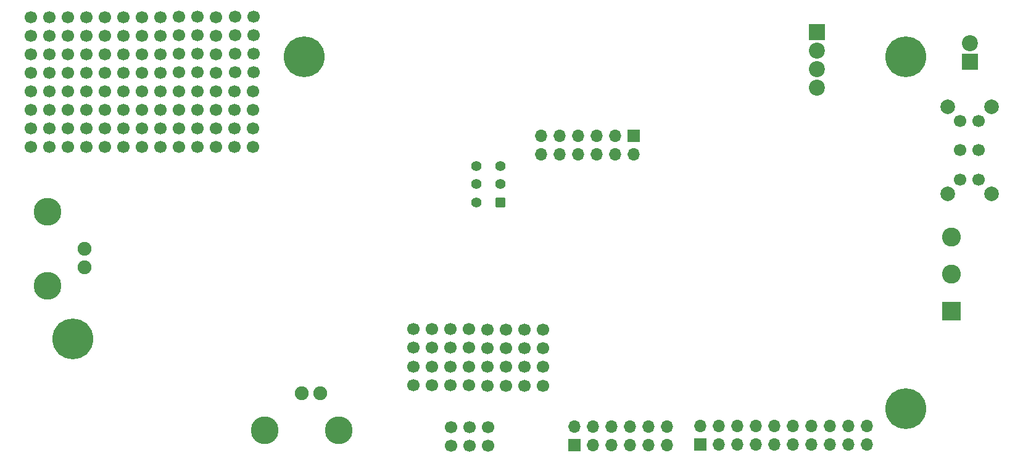
<source format=gbs>
G04 #@! TF.GenerationSoftware,KiCad,Pcbnew,8.0.6*
G04 #@! TF.CreationDate,2025-06-21T10:27:38-07:00*
G04 #@! TF.ProjectId,complete_EPG,636f6d70-6c65-4746-955f-4550472e6b69,rev?*
G04 #@! TF.SameCoordinates,Original*
G04 #@! TF.FileFunction,Soldermask,Bot*
G04 #@! TF.FilePolarity,Negative*
%FSLAX46Y46*%
G04 Gerber Fmt 4.6, Leading zero omitted, Abs format (unit mm)*
G04 Created by KiCad (PCBNEW 8.0.6) date 2025-06-21 10:27:38*
%MOMM*%
%LPD*%
G01*
G04 APERTURE LIST*
G04 Aperture macros list*
%AMRoundRect*
0 Rectangle with rounded corners*
0 $1 Rounding radius*
0 $2 $3 $4 $5 $6 $7 $8 $9 X,Y pos of 4 corners*
0 Add a 4 corners polygon primitive as box body*
4,1,4,$2,$3,$4,$5,$6,$7,$8,$9,$2,$3,0*
0 Add four circle primitives for the rounded corners*
1,1,$1+$1,$2,$3*
1,1,$1+$1,$4,$5*
1,1,$1+$1,$6,$7*
1,1,$1+$1,$8,$9*
0 Add four rect primitives between the rounded corners*
20,1,$1+$1,$2,$3,$4,$5,0*
20,1,$1+$1,$4,$5,$6,$7,0*
20,1,$1+$1,$6,$7,$8,$9,0*
20,1,$1+$1,$8,$9,$2,$3,0*%
G04 Aperture macros list end*
%ADD10C,1.700000*%
%ADD11C,3.810000*%
%ADD12C,1.905000*%
%ADD13C,5.600000*%
%ADD14R,2.200000X2.200000*%
%ADD15C,2.200000*%
%ADD16O,1.700000X1.700000*%
%ADD17R,1.700000X1.700000*%
%ADD18C,1.400000*%
%ADD19RoundRect,0.250000X0.450000X-0.450000X0.450000X0.450000X-0.450000X0.450000X-0.450000X-0.450000X0*%
%ADD20R,2.600000X2.600000*%
%ADD21C,2.600000*%
%ADD22C,2.000000*%
G04 APERTURE END LIST*
D10*
X85968000Y-58107000D03*
X83433000Y-65802000D03*
X75768000Y-60577000D03*
X80888000Y-60647000D03*
X68153000Y-65732000D03*
X75773000Y-65732000D03*
X73228000Y-58037000D03*
X70688000Y-58037000D03*
X70728000Y-63187000D03*
X73228000Y-60577000D03*
X68148000Y-60577000D03*
X73233000Y-65732000D03*
X80888000Y-58107000D03*
X68188000Y-63187000D03*
X80888000Y-63187000D03*
X78348000Y-60647000D03*
X83428000Y-60647000D03*
X75808000Y-63187000D03*
X75768000Y-58037000D03*
X85968000Y-63187000D03*
X70693000Y-65732000D03*
X83428000Y-63187000D03*
X68148000Y-58037000D03*
X70688000Y-60577000D03*
X80893000Y-65802000D03*
X78353000Y-65802000D03*
X85973000Y-65802000D03*
X73268000Y-63187000D03*
X78348000Y-58107000D03*
X85968000Y-60647000D03*
X83428000Y-58107000D03*
X78348000Y-63187000D03*
D11*
X47778000Y-71949500D03*
D12*
X55398000Y-66869500D03*
D11*
X57938000Y-71949500D03*
D12*
X52858000Y-66869500D03*
D11*
X17925500Y-41957000D03*
D12*
X23005500Y-49577000D03*
D11*
X17925500Y-52117000D03*
D12*
X23005500Y-47037000D03*
D13*
X135708000Y-20677000D03*
X53158000Y-20677000D03*
X21408000Y-59412000D03*
X135708000Y-68937000D03*
D10*
X20708000Y-30527000D03*
X28328000Y-30527000D03*
X25788000Y-17827000D03*
X30868000Y-20367000D03*
X23248000Y-22907000D03*
X41103000Y-25442000D03*
X41103000Y-15282000D03*
X18168000Y-22907000D03*
X30868000Y-15287000D03*
X20708000Y-25447000D03*
X15628000Y-30527000D03*
X15628000Y-25447000D03*
X28328000Y-33067000D03*
X35948000Y-27987000D03*
X30868000Y-25447000D03*
X33408000Y-15287000D03*
X36018000Y-15247000D03*
X36018000Y-22867000D03*
X46183000Y-27982000D03*
X38558000Y-20327000D03*
D14*
X144538000Y-21417000D03*
D15*
X144538000Y-18877000D03*
D10*
X73308000Y-71517000D03*
X35948000Y-33067000D03*
X43713000Y-20322000D03*
X18168000Y-27987000D03*
X43713000Y-15242000D03*
X73308000Y-74057000D03*
X41103000Y-17822000D03*
X46253000Y-17782000D03*
X30868000Y-22907000D03*
X28328000Y-25447000D03*
D16*
X85719200Y-34097000D03*
X85719200Y-31557000D03*
X88259200Y-34097000D03*
X88259200Y-31557000D03*
X90799200Y-34097000D03*
X90799200Y-31557000D03*
X93339200Y-34097000D03*
X93339200Y-31557000D03*
X95879200Y-34097000D03*
X95879200Y-31557000D03*
X98419200Y-34097000D03*
D17*
X98419200Y-31557000D03*
D10*
X25788000Y-27987000D03*
X46253000Y-20322000D03*
X28328000Y-17827000D03*
X33408000Y-33067000D03*
X38558000Y-22867000D03*
X38558000Y-15247000D03*
X23248000Y-25447000D03*
X18168000Y-20367000D03*
X33408000Y-27987000D03*
X43643000Y-27982000D03*
X18168000Y-30527000D03*
X33408000Y-17827000D03*
X18168000Y-17827000D03*
X20708000Y-33067000D03*
X18168000Y-25447000D03*
X20708000Y-15287000D03*
X23248000Y-15287000D03*
X15628000Y-20367000D03*
D18*
X76810500Y-35677000D03*
X76810500Y-38177000D03*
X76810500Y-40677000D03*
X80110500Y-35677000D03*
X80110500Y-38177000D03*
D19*
X80110500Y-40677000D03*
D10*
X43643000Y-25442000D03*
X15628000Y-22907000D03*
X15628000Y-27987000D03*
X78388000Y-71517000D03*
X28328000Y-27987000D03*
X41103000Y-27982000D03*
X25788000Y-22907000D03*
X30868000Y-27987000D03*
X20708000Y-17827000D03*
X75848000Y-71517000D03*
X30868000Y-30527000D03*
X78388000Y-74057000D03*
D20*
X142010000Y-55555920D03*
D21*
X142010000Y-50475920D03*
X142010000Y-45395920D03*
D10*
X23248000Y-20367000D03*
X43643000Y-33062000D03*
X25788000Y-30527000D03*
X46183000Y-30522000D03*
X15628000Y-33067000D03*
X23248000Y-30527000D03*
X20708000Y-20367000D03*
D17*
X107543000Y-73918000D03*
D16*
X107543000Y-71378000D03*
X110083000Y-73918000D03*
X110083000Y-71378000D03*
X112623000Y-73918000D03*
X112623000Y-71378000D03*
X115163000Y-73918000D03*
X115163000Y-71378000D03*
X117703000Y-73918000D03*
X117703000Y-71378000D03*
X120243000Y-73918000D03*
X120243000Y-71378000D03*
X122783000Y-73918000D03*
X122783000Y-71378000D03*
X125323000Y-73918000D03*
X125323000Y-71378000D03*
X127863000Y-73918000D03*
X127863000Y-71378000D03*
X130403000Y-73918000D03*
X130403000Y-71378000D03*
D10*
X46183000Y-25442000D03*
X35948000Y-25447000D03*
X33408000Y-30527000D03*
X25788000Y-20367000D03*
X41103000Y-20362000D03*
X38488000Y-33067000D03*
X75848000Y-74057000D03*
X38488000Y-25447000D03*
X18168000Y-15287000D03*
X43713000Y-17782000D03*
X38488000Y-27987000D03*
D14*
X123568000Y-17302000D03*
D15*
X123568000Y-19842000D03*
X123568000Y-22382000D03*
X123568000Y-24922000D03*
D10*
X46253000Y-15242000D03*
X20708000Y-22907000D03*
X28328000Y-20367000D03*
X33408000Y-22907000D03*
X23248000Y-33067000D03*
X41103000Y-30522000D03*
X35948000Y-30527000D03*
X33408000Y-20367000D03*
X15628000Y-17827000D03*
X38558000Y-17787000D03*
X33408000Y-25447000D03*
X23248000Y-27987000D03*
X46253000Y-22862000D03*
X41103000Y-22902000D03*
X41103000Y-33062000D03*
X28328000Y-22907000D03*
X15628000Y-15287000D03*
D17*
X90248000Y-73928000D03*
D16*
X90248000Y-71388000D03*
X92788000Y-73928000D03*
X92788000Y-71388000D03*
X95328000Y-73928000D03*
X95328000Y-71388000D03*
X97868000Y-73928000D03*
X97868000Y-71388000D03*
X100408000Y-73928000D03*
X100408000Y-71388000D03*
X102948000Y-73928000D03*
X102948000Y-71388000D03*
D10*
X43643000Y-30522000D03*
X23248000Y-17827000D03*
X145708000Y-29527000D03*
X145708000Y-33527000D03*
X145708000Y-37527000D03*
X143208000Y-29527000D03*
X143208000Y-33527000D03*
X143208000Y-37527000D03*
D22*
X147458000Y-27527000D03*
X141458000Y-27527000D03*
X147458000Y-39527000D03*
X141458000Y-39527000D03*
D10*
X36018000Y-17787000D03*
X20708000Y-27987000D03*
X18168000Y-33067000D03*
X25788000Y-33067000D03*
X25788000Y-25447000D03*
X28328000Y-15287000D03*
X30868000Y-17827000D03*
X43713000Y-22862000D03*
X25788000Y-15287000D03*
X36018000Y-20327000D03*
X46183000Y-33062000D03*
X38488000Y-30527000D03*
X30868000Y-33067000D03*
M02*

</source>
